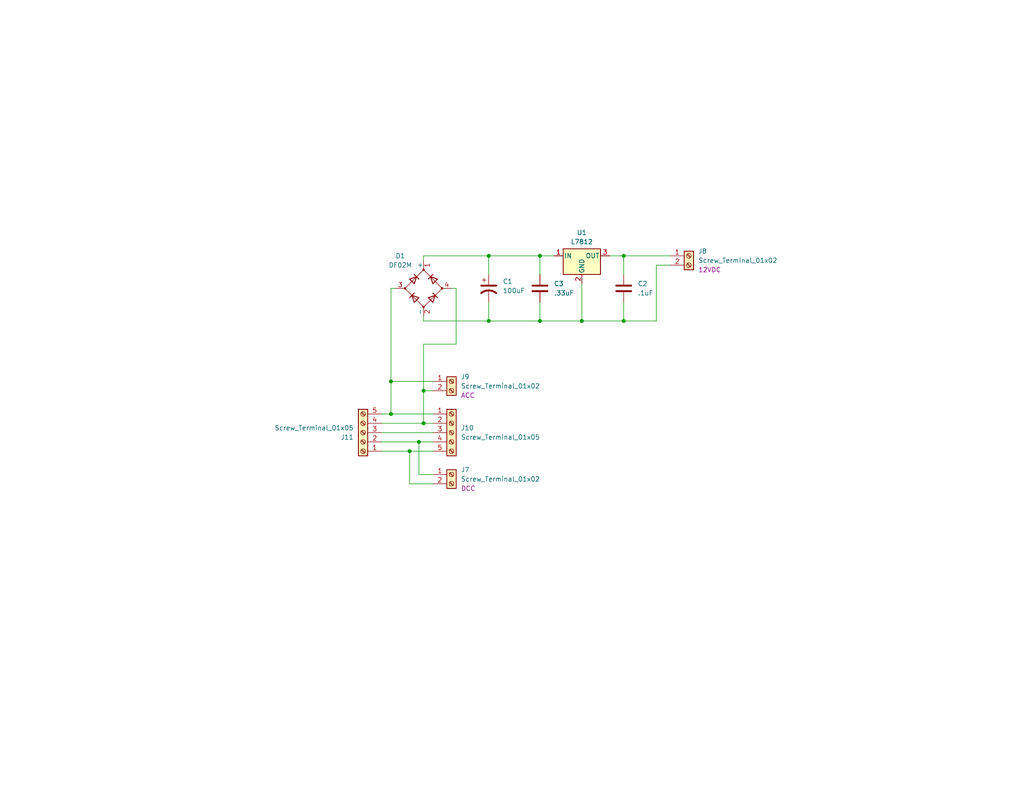
<source format=kicad_sch>
(kicad_sch (version 20230121) (generator eeschema)
  (paper "A")
  (title_block (title "Module Hub") (date "2024-01-01") (rev "1.0"))
  (lib_symbols
    (symbol "Connector:Screw_Terminal_01x02" (pin_names (offset 1.016) hide)
      (property "Reference" "J" (at 0 2.54 0))
      (property "Value" "Screw_Terminal_01x02" (at 0 -5.08 0))
      (symbol "Screw_Terminal_01x02_1_1"
        (rectangle (start -1.27 1.27) (end 1.27 -3.81) (stroke (width 0.254)) (fill (type background)))
        (circle (center 0 -2.54) (radius 0.635) (stroke (width 0.1524)))
        (polyline (pts (xy -0.5334 -2.2098) (xy 0.3302 -3.048)) (stroke (width 0.1524)))
        (polyline (pts (xy -0.5334 0.3302) (xy 0.3302 -0.508)) (stroke (width 0.1524)))
        (polyline (pts (xy -0.3556 -2.032) (xy 0.508 -2.8702)) (stroke (width 0.1524)))
        (polyline (pts (xy -0.3556 0.508) (xy 0.508 -0.3302)) (stroke (width 0.1524)))
        (circle (center 0 0) (radius 0.635) (stroke (width 0.1524)))
        (pin passive line (at -5.08 0 0) (length 3.81) (name "Pin_1") (number "1"))
        (pin passive line (at -5.08 -2.54 0) (length 3.81) (name "Pin_2") (number "2"))
      )
    )
    (symbol "Connector:Screw_Terminal_01x05" (pin_names (offset 1.016) hide)
      (property "Reference" "J" (at 0 7.62 0))
      (property "Value" "Screw_Terminal_01x05" (at 0 -7.62 0))
      (symbol "Screw_Terminal_01x05_1_1"
        (rectangle (start -1.27 6.35) (end 1.27 -6.35) (stroke (width 0.254)) (fill (type background)))
        (circle (center 0 -5.08) (radius 0.635) (stroke (width 0.1524)))
        (circle (center 0 -2.54) (radius 0.635) (stroke (width 0.1524)))
        (polyline (pts (xy -0.5334 -4.7498) (xy 0.3302 -5.588)) (stroke (width 0.1524)))
        (polyline (pts (xy -0.5334 -2.2098) (xy 0.3302 -3.048)) (stroke (width 0.1524)))
        (polyline (pts (xy -0.5334 0.3302) (xy 0.3302 -0.508)) (stroke (width 0.1524)))
        (polyline (pts (xy -0.5334 2.8702) (xy 0.3302 2.032)) (stroke (width 0.1524)))
        (polyline (pts (xy -0.5334 5.4102) (xy 0.3302 4.572)) (stroke (width 0.1524)))
        (polyline (pts (xy -0.3556 -4.572) (xy 0.508 -5.4102)) (stroke (width 0.1524)))
        (polyline (pts (xy -0.3556 -2.032) (xy 0.508 -2.8702)) (stroke (width 0.1524)))
        (polyline (pts (xy -0.3556 0.508) (xy 0.508 -0.3302)) (stroke (width 0.1524)))
        (polyline (pts (xy -0.3556 3.048) (xy 0.508 2.2098)) (stroke (width 0.1524)))
        (polyline (pts (xy -0.3556 5.588) (xy 0.508 4.7498)) (stroke (width 0.1524)))
        (circle (center 0 0) (radius 0.635) (stroke (width 0.1524)))
        (circle (center 0 2.54) (radius 0.635) (stroke (width 0.1524)))
        (circle (center 0 5.08) (radius 0.635) (stroke (width 0.1524)))
        (pin passive line (at -5.08 5.08 0) (length 3.81) (name "Pin_1") (number "1"))
        (pin passive line (at -5.08 2.54 0) (length 3.81) (name "Pin_2") (number "2"))
        (pin passive line (at -5.08 0 0) (length 3.81) (name "Pin_3") (number "3"))
        (pin passive line (at -5.08 -2.54 0) (length 3.81) (name "Pin_4") (number "4"))
        (pin passive line (at -5.08 -5.08 0) (length 3.81) (name "Pin_5") (number "5"))
      )
    )
    (symbol "Device:C" (pin_numbers hide) (pin_names (offset 0.254))
      (property "Reference" "C" (at 0.635 2.54 0))
      (property "Value" "C" (at 0.635 -2.54 0))
      (symbol "C_0_1"
        (polyline (pts (xy -2.032 -0.762) (xy 2.032 -0.762)) (stroke (width 0.508)))
        (polyline (pts (xy -2.032 0.762) (xy 2.032 0.762)) (stroke (width 0.508)))
      )
      (symbol "C_1_1"
        (pin passive line (at 0 3.81 270) (length 2.794) (name "~") (number "1"))
        (pin passive line (at 0 -3.81 90) (length 2.794) (name "~") (number "2"))
      )
    )
    (symbol "Device:C_Polarized_US" (pin_numbers hide) (pin_names (offset 0.254) hide)
      (property "Reference" "C" (at 0.635 2.54 0))
      (property "Value" "C_Polarized_US" (at 0.635 -2.54 0))
      (symbol "C_Polarized_US_0_1"
        (polyline (pts (xy -2.032 0.762) (xy 2.032 0.762)) (stroke (width 0.508)))
        (polyline (pts (xy -1.778 2.286) (xy -0.762 2.286)))
        (polyline (pts (xy -1.27 1.778) (xy -1.27 2.794)))
        (arc (start 2.032 -1.27) (mid 0 -0.5572) (end -2.032 -1.27) (stroke (width 0.508)))
      )
      (symbol "C_Polarized_US_1_1"
        (pin passive line (at 0 3.81 270) (length 2.794) (name "~") (number "1"))
        (pin passive line (at 0 -3.81 90) (length 3.302) (name "~") (number "2"))
      )
    )
    (symbol "Device:D_Bridge_+-AA" (pin_names (offset 0))
      (property "Reference" "D" (at 2.54 6.985 0))
      (property "Value" "D_Bridge_+-AA" (at 2.54 5.08 0))
      (symbol "D_Bridge_+-AA_0_1"
        (circle (center -5.08 0) (radius 0.254) (fill (type outline)))
        (circle (center 0 -5.08) (radius 0.254) (fill (type outline)))
        (polyline (pts (xy -2.54 3.81) (xy -1.27 2.54)) (stroke (width 0.254)))
        (polyline (pts (xy -1.27 -2.54) (xy -2.54 -3.81)) (stroke (width 0.254)))
        (polyline (pts (xy 2.54 -1.27) (xy 3.81 -2.54)) (stroke (width 0.254)))
        (polyline (pts (xy 2.54 1.27) (xy 3.81 2.54)) (stroke (width 0.254)))
        (polyline (pts (xy -3.81 2.54) (xy -2.54 1.27) (xy -1.905 3.175) (xy -3.81 2.54)) (stroke (width 0.254)))
        (polyline (pts (xy -2.54 -1.27) (xy -3.81 -2.54) (xy -1.905 -3.175) (xy -2.54 -1.27)) (stroke (width 0.254)))
        (polyline (pts (xy 1.27 2.54) (xy 2.54 3.81) (xy 3.175 1.905) (xy 1.27 2.54)) (stroke (width 0.254)))
        (polyline (pts (xy 3.175 -1.905) (xy 1.27 -2.54) (xy 2.54 -3.81) (xy 3.175 -1.905)) (stroke (width 0.254)))
        (polyline (pts (xy -5.08 0) (xy 0 -5.08) (xy 5.08 0) (xy 0 5.08) (xy -5.08 0)))
        (circle (center 0 5.08) (radius 0.254) (fill (type outline)))
        (circle (center 5.08 0) (radius 0.254) (fill (type outline)))
      )
      (symbol "D_Bridge_+-AA_1_1"
        (pin passive line (at 7.62 0 180) (length 2.54) (name "+") (number "1"))
        (pin passive line (at -7.62 0 0) (length 2.54) (name "-") (number "2"))
        (pin passive line (at 0 7.62 270) (length 2.54) (name "~") (number "3"))
        (pin passive line (at 0 -7.62 90) (length 2.54) (name "~") (number "4"))
      )
    )
    (symbol "Regulator_Linear:L7812" (pin_names (offset 0.254))
      (property "Reference" "U" (at -3.81 3.175 0))
      (property "Value" "L7812" (at 0 3.175 0))
      (symbol "L7812_0_1"
        (rectangle (start -5.08 1.905) (end 5.08 -5.08) (stroke (width 0.254)) (fill (type background)))
      )
      (symbol "L7812_1_1"
        (pin power_in line (at -7.62 0 0) (length 2.54) (name "IN") (number "1"))
        (pin power_in line (at 0 -7.62 90) (length 2.54) (name "GND") (number "2"))
        (pin power_out line (at 7.62 0 180) (length 2.54) (name "OUT") (number "3"))
      )
    )
  )
  (junction (at 170.18 69.85))
  (junction (at 115.57 115.57))
  (junction (at 133.35 69.85))
  (junction (at 147.32 69.85))
  (junction (at 114.3 120.65))
  (junction (at 106.68 113.03))
  (junction (at 158.75 87.63))
  (junction (at 111.76 123.19))
  (junction (at 106.68 104.14))
  (junction (at 147.32 87.63))
  (junction (at 170.18 87.63))
  (junction (at 115.57 106.68))
  (junction (at 133.35 87.63))
  (wire (pts (xy 182.88 72.39) (xy 179.07 72.39)))
  (wire (pts (xy 115.57 115.57) (xy 118.11 115.57)))
  (wire (pts (xy 104.14 123.19) (xy 111.76 123.19)))
  (wire (pts (xy 158.75 77.47) (xy 158.75 87.63)))
  (wire (pts (xy 124.46 78.74) (xy 124.46 93.98)))
  (wire (pts (xy 147.32 87.63) (xy 158.75 87.63)))
  (wire (pts (xy 147.32 82.55) (xy 147.32 87.63)))
  (wire (pts (xy 106.68 113.03) (xy 118.11 113.03)))
  (wire (pts (xy 114.3 120.65) (xy 118.11 120.65)))
  (wire (pts (xy 170.18 69.85) (xy 170.18 74.93)))
  (wire (pts (xy 166.37 69.85) (xy 170.18 69.85)))
  (wire (pts (xy 147.32 69.85) (xy 147.32 74.93)))
  (wire (pts (xy 106.68 104.14) (xy 106.68 113.03)))
  (wire (pts (xy 133.35 82.55) (xy 133.35 87.63)))
  (wire (pts (xy 106.68 78.74) (xy 106.68 104.14)))
  (wire (pts (xy 115.57 106.68) (xy 118.11 106.68)))
  (wire (pts (xy 170.18 82.55) (xy 170.18 87.63)))
  (wire (pts (xy 133.35 69.85) (xy 147.32 69.85)))
  (wire (pts (xy 147.32 69.85) (xy 151.13 69.85)))
  (wire (pts (xy 115.57 93.98) (xy 115.57 106.68)))
  (wire (pts (xy 170.18 87.63) (xy 179.07 87.63)))
  (wire (pts (xy 107.95 78.74) (xy 106.68 78.74)))
  (wire (pts (xy 123.19 78.74) (xy 124.46 78.74)))
  (wire (pts (xy 104.14 118.11) (xy 118.11 118.11)))
  (wire (pts (xy 104.14 113.03) (xy 106.68 113.03)))
  (wire (pts (xy 114.3 129.54) (xy 114.3 120.65)))
  (wire (pts (xy 115.57 69.85) (xy 133.35 69.85)))
  (wire (pts (xy 115.57 86.36) (xy 115.57 87.63)))
  (wire (pts (xy 111.76 123.19) (xy 118.11 123.19)))
  (wire (pts (xy 118.11 129.54) (xy 114.3 129.54)))
  (wire (pts (xy 124.46 93.98) (xy 115.57 93.98)))
  (wire (pts (xy 179.07 72.39) (xy 179.07 87.63)))
  (wire (pts (xy 115.57 87.63) (xy 133.35 87.63)))
  (wire (pts (xy 170.18 69.85) (xy 182.88 69.85)))
  (wire (pts (xy 115.57 71.12) (xy 115.57 69.85)))
  (wire (pts (xy 115.57 106.68) (xy 115.57 115.57)))
  (wire (pts (xy 133.35 69.85) (xy 133.35 74.93)))
  (wire (pts (xy 133.35 87.63) (xy 147.32 87.63)))
  (wire (pts (xy 104.14 120.65) (xy 114.3 120.65)))
  (wire (pts (xy 158.75 87.63) (xy 170.18 87.63)))
  (wire (pts (xy 111.76 132.08) (xy 111.76 123.19)))
  (wire (pts (xy 106.68 104.14) (xy 118.11 104.14)))
  (wire (pts (xy 104.14 115.57) (xy 115.57 115.57)))
  (wire (pts (xy 118.11 132.08) (xy 111.76 132.08)))
  (symbol (lib_id "Connector:Screw_Terminal_01x02") (at 187.96 69.85 0) (unit 1)
    (property "Reference" "J8" (at 190.5 68.58 0) (effects (justify left)))
    (property "Value" "Screw_Terminal_01x02" (at 190.5 71.12 0) (effects (justify left)))
    (property "Footprint" "Imports:CUI_TB005-762-02BE" (effects hide))
    (property "Label" "12VDC" (at 190.5 73.66 0) (effects (justify left)))
    (property "MPN" "TB005-762-02BE" (effects hide))
  )
  (symbol (lib_id "Connector:Screw_Terminal_01x02") (at 123.19 104.14 0) (unit 1)
    (property "Reference" "J9" (at 125.73 102.87 0) (effects (justify left)))
    (property "Value" "Screw_Terminal_01x02" (at 125.73 105.41 0) (effects (justify left)))
    (property "Footprint" "Imports:CUI_TB005-762-02BE" (effects hide))
    (property "Label" "ACC" (at 125.73 107.95 0) (effects (justify left)))
    (property "MPN" "TB005-762-02BE" (effects hide))
  )
  (symbol (lib_id "Connector:Screw_Terminal_01x05") (at 99.06 118.11 180) (unit 1)
    (property "Reference" "J11" (at 96.52 119.38 0) (effects (justify left)))
    (property "Value" "Screw_Terminal_01x05" (at 96.52 116.84 0) (effects (justify left)))
    (property "Footprint" "Imports:CUI_TB005-762-05BE" (effects hide))
    (property "MPN" "TB005-762-05BE" (effects hide))
  )
  (symbol (lib_id "Device:C_Polarized_US") (at 133.35 78.74 0) (unit 1)
    (property "Reference" "C1" (at 137.16 76.835 0) (effects (justify left)))
    (property "Value" "100uF" (at 137.16 79.375 0) (effects (justify left)))
    (property "Footprint" "Capacitor_THT:CP_Radial_D8.0mm_P3.50mm" (effects hide))
    (property "MPN" "50YXJ100MT78X11.5" (effects hide))
  )
  (symbol (lib_id "Connector:Screw_Terminal_01x02") (at 123.19 129.54 0) (unit 1)
    (property "Reference" "J7" (at 125.73 128.27 0) (effects (justify left)))
    (property "Value" "Screw_Terminal_01x02" (at 125.73 130.81 0) (effects (justify left)))
    (property "Footprint" "Imports:CUI_TB005-762-02BE" (effects hide))
    (property "Label" "DCC" (at 125.73 133.35 0) (effects (justify left)))
    (property "MPN" "TB005-762-02BE" (effects hide))
  )
  (symbol (lib_id "Device:D_Bridge_+-AA") (at 115.57 78.74 90) (unit 1)
    (property "Reference" "D1" (at 109.22 69.85 90))
    (property "Value" "DF02M" (at 109.22 72.39 90))
    (property "Footprint" "Diode_THT:Diode_Bridge_DIP-4_W7.62mm_P5.08mm" (effects hide))
    (property "MPN" "DF02M" (effects hide))
  )
  (symbol (lib_id "Regulator_Linear:L7812") (at 158.75 69.85 0) (unit 1)
    (property "Reference" "U1" (at 158.75 63.5 0))
    (property "Value" "L7812" (at 158.75 66.04 0))
    (property "Footprint" "Package_TO_SOT_THT:TO-220-3_Vertical" (effects hide))
    (property "Datasheet" "http://www.st.com/content/ccc/resource/technical/document/datasheet/41/4f/b3/b0/12/d4/47/88/CD00000444.pdf/files/CD00000444.pdf/jcr:content/translations/en.CD00000444.pdf" (effects hide))
    (property "MPN" "L7812CV" (effects hide))
  )
  (symbol (lib_id "Device:C") (at 147.32 78.74 0) (unit 1)
    (property "Reference" "C3" (at 151.13 77.47 0) (effects (justify left)))
    (property "Value" ".33uF" (at 151.13 80.01 0) (effects (justify left)))
    (property "Footprint" "Capacitor_THT:C_Disc_D5.0mm_W2.5mm_P5.00mm" (effects hide))
    (property "MPN" " FA24X7R1H334KNU06" (effects hide))
  )
  (symbol (lib_id "Connector:Screw_Terminal_01x05") (at 123.19 118.11 0) (unit 1)
    (property "Reference" "J10" (at 125.73 116.84 0) (effects (justify left)))
    (property "Value" "Screw_Terminal_01x05" (at 125.73 119.38 0) (effects (justify left)))
    (property "Footprint" "Imports:CUI_TB005-762-05BE" (effects hide))
    (property "MPN" "TB005-762-05BE" (effects hide))
  )
  (symbol (lib_id "Device:C") (at 170.18 78.74 0) (unit 1)
    (property "Reference" "C2" (at 173.99 77.47 0) (effects (justify left)))
    (property "Value" ".1uF" (at 173.99 80.01 0) (effects (justify left)))
    (property "Footprint" "Capacitor_THT:C_Disc_D5.0mm_W2.5mm_P5.00mm" (effects hide))
    (property "MPN" "FA28X7R1H104KNU00" (effects hide))
  )
)
</source>
